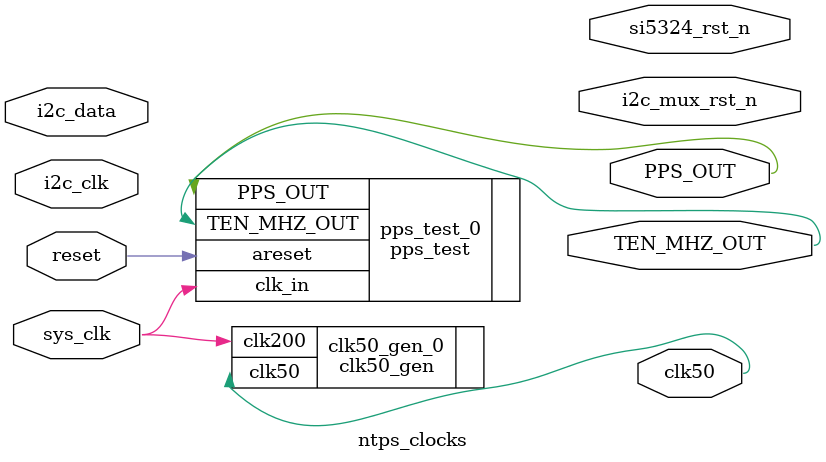
<source format=v>

`default_nettype none

module ntps_clocks(
                   input wire  reset,

                   input wire  sys_clk,
                   output wire clk50,

                   inout wire  i2c_clk,
                   inout wire  i2c_data,
                   output wire i2c_mux_rst_n,
                   output wire si5324_rst_n,

                   output wire PPS_OUT,
                   output wire TEN_MHZ_OUT
                  );


  //----------------------------------------------------------------
  // Instantiations.
  //----------------------------------------------------------------
  // 50 MHz clock generator sys_clk / 4.
  // Instantiates a BUFG.
  clk50_gen clk50_gen_0 (
     .clk200     (sys_clk),
     .clk50      (clk50)
  );


  // Control of the external 10Gb ethernet clock generator
/*  clock_control clock_control_0 (
     .clk50         (clk50),
     .rst           (reset),
     .i2c_clk       (i2c_clk),
     .i2c_data      (i2c_data),
     .i2c_mux_rst_n (i2c_mux_rst_n),
     .si5324_rst_n  (si5324_rst_n)
  );
*/

  //----------------------------------------------------------------
  // pps_test
  // Test pulse and 10 MHz generator.
  //----------------------------------------------------------------
  pps_test pps_test_0 (
    .areset       (reset),
    .clk_in       (sys_clk),
    .PPS_OUT      (PPS_OUT),
    .TEN_MHZ_OUT  (TEN_MHZ_OUT)
  );

endmodule // ntps_clocks

`default_nettype wire

//======================================================================
// EOF ntps_clocks
//======================================================================

</source>
